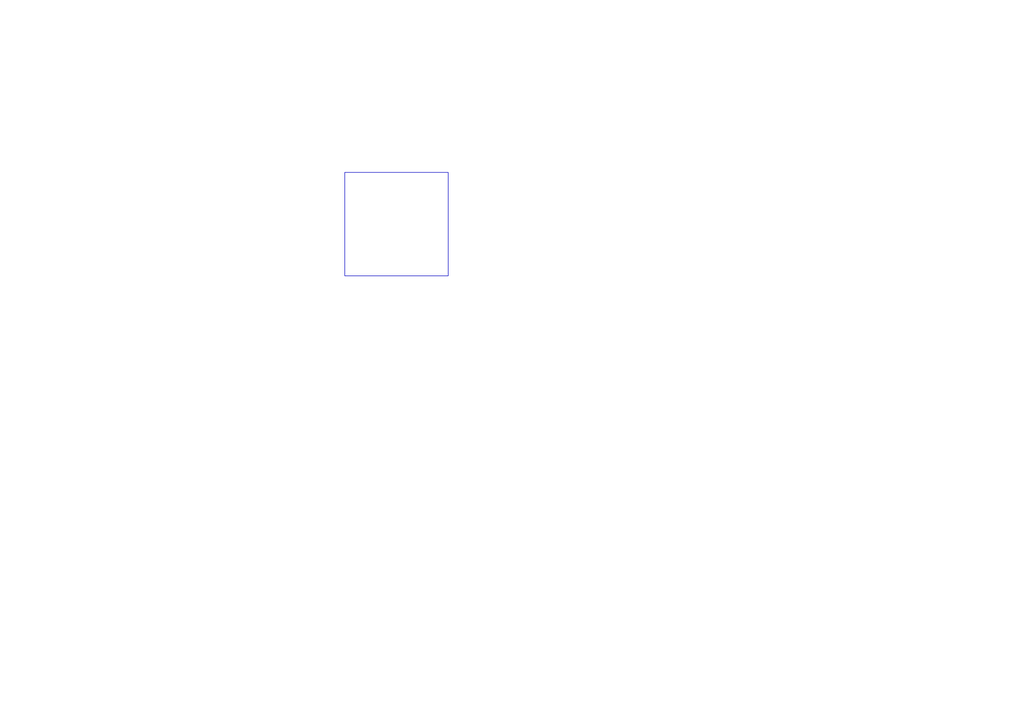
<source format=kicad_sch>
(kicad_sch
	(version 20250114)
	(generator "eeschema")
	(generator_version "9.0")
	(uuid "27dfc2fc-00da-4852-b337-637c1ea8aa75")
	(paper "A4")
	(title_block
		(title "Simple Rectangle Test")
	)
	(lib_symbols)
	(rectangle
		(start 100 50)
		(end 130 80)
		(stroke
			(width 0)
			(type default)
		)
		(fill
			(type none)
		)
		(uuid "3dace024-5fbc-4954-b7b2-847ba30d15d3")
	)
	(sheet_instances
		(path "/"
			(page "1")
		)
	)
	(embedded_fonts no)
)

</source>
